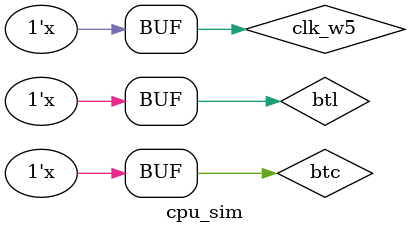
<source format=v>
`timescale 1ns / 1ps


module cpu_sim(

    );
   reg btc,btl,clk_w5;
   wire [3:0] route;
   wire[7:0] q;
   wire [15:0] w;
   cpu uCPU(btc,clk_w5,btl,q,route,w);
   initial begin
   btc = 0;
   btl<=0;
   clk_w5<=0;
   end
   always #100 btc = ~btc;
   always #4 btl=~btl;
   always #1 clk_w5=~clk_w5;
endmodule

</source>
